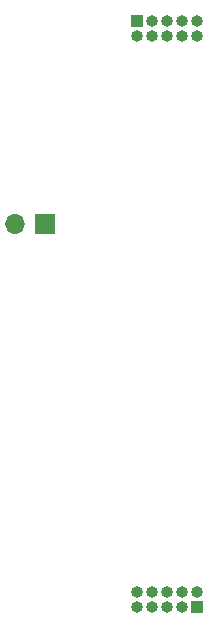
<source format=gbs>
G04 #@! TF.GenerationSoftware,KiCad,Pcbnew,(6.0.5-0)*
G04 #@! TF.CreationDate,2023-01-18T02:45:56+09:00*
G04 #@! TF.ProjectId,photo-single,70686f74-6f2d-4736-996e-676c652e6b69,rev?*
G04 #@! TF.SameCoordinates,Original*
G04 #@! TF.FileFunction,Soldermask,Bot*
G04 #@! TF.FilePolarity,Negative*
%FSLAX46Y46*%
G04 Gerber Fmt 4.6, Leading zero omitted, Abs format (unit mm)*
G04 Created by KiCad (PCBNEW (6.0.5-0)) date 2023-01-18 02:45:56*
%MOMM*%
%LPD*%
G01*
G04 APERTURE LIST*
%ADD10R,1.700000X1.700000*%
%ADD11O,1.700000X1.700000*%
%ADD12R,1.000000X1.000000*%
%ADD13O,1.000000X1.000000*%
G04 APERTURE END LIST*
D10*
X151385000Y-94360000D03*
D11*
X148845000Y-94360000D03*
D12*
X159141000Y-77187000D03*
D13*
X159141000Y-78457000D03*
X160411000Y-77187000D03*
X160411000Y-78457000D03*
X161681000Y-77187000D03*
X161681000Y-78457000D03*
X162951000Y-77187000D03*
X162951000Y-78457000D03*
X164221000Y-77187000D03*
X164221000Y-78457000D03*
X159141000Y-125543000D03*
X159141000Y-126813000D03*
X160411000Y-125543000D03*
X160411000Y-126813000D03*
X161681000Y-125543000D03*
X161681000Y-126813000D03*
X162951000Y-125543000D03*
X162951000Y-126813000D03*
X164221000Y-125543000D03*
D12*
X164221000Y-126813000D03*
M02*

</source>
